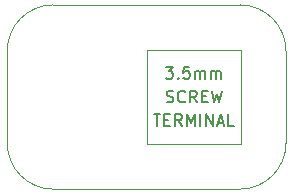
<source format=gbr>
%TF.GenerationSoftware,KiCad,Pcbnew,4.0.5-e0-6337~49~ubuntu16.04.1*%
%TF.CreationDate,2017-01-18T22:27:58-08:00*%
%TF.ProjectId,2x3-Screw-Terminal-3.5mm-Pitch,3278332D53637265772D5465726D696E,1.0*%
%TF.FileFunction,Other,Fab,Top*%
%FSLAX46Y46*%
G04 Gerber Fmt 4.6, Leading zero omitted, Abs format (unit mm)*
G04 Created by KiCad (PCBNEW 4.0.5-e0-6337~49~ubuntu16.04.1) date Wed Jan 18 22:27:58 2017*
%MOMM*%
%LPD*%
G01*
G04 APERTURE LIST*
%ADD10C,0.350000*%
%ADD11C,0.100000*%
%ADD12C,0.040640*%
%ADD13C,0.150000*%
G04 APERTURE END LIST*
D10*
D11*
X145415000Y-102235000D02*
X145415000Y-94235000D01*
X137415000Y-102235000D02*
X145415000Y-102235000D01*
X137415000Y-94235000D02*
X137415000Y-102235000D01*
X145415000Y-94235000D02*
X137415000Y-94235000D01*
D12*
X145315000Y-90435000D02*
X129515000Y-90435000D01*
X145315000Y-106035000D02*
X129515000Y-106035000D01*
X149215000Y-102135000D02*
X149215000Y-94335000D01*
X125615000Y-102135000D02*
X125615000Y-94335000D01*
X149215000Y-94335000D02*
G75*
G03X145315000Y-90435000I-3900000J0D01*
G01*
X145315000Y-106035000D02*
G75*
G03X149215000Y-102135000I0J3900000D01*
G01*
X125615000Y-102135000D02*
G75*
G03X129515000Y-106035000I3900000J0D01*
G01*
X129515000Y-90435000D02*
G75*
G03X125615000Y-94335000I0J-3900000D01*
G01*
D13*
X139034048Y-95687381D02*
X139653096Y-95687381D01*
X139319762Y-96068333D01*
X139462620Y-96068333D01*
X139557858Y-96115952D01*
X139605477Y-96163571D01*
X139653096Y-96258810D01*
X139653096Y-96496905D01*
X139605477Y-96592143D01*
X139557858Y-96639762D01*
X139462620Y-96687381D01*
X139176905Y-96687381D01*
X139081667Y-96639762D01*
X139034048Y-96592143D01*
X140081667Y-96592143D02*
X140129286Y-96639762D01*
X140081667Y-96687381D01*
X140034048Y-96639762D01*
X140081667Y-96592143D01*
X140081667Y-96687381D01*
X141034048Y-95687381D02*
X140557857Y-95687381D01*
X140510238Y-96163571D01*
X140557857Y-96115952D01*
X140653095Y-96068333D01*
X140891191Y-96068333D01*
X140986429Y-96115952D01*
X141034048Y-96163571D01*
X141081667Y-96258810D01*
X141081667Y-96496905D01*
X141034048Y-96592143D01*
X140986429Y-96639762D01*
X140891191Y-96687381D01*
X140653095Y-96687381D01*
X140557857Y-96639762D01*
X140510238Y-96592143D01*
X141510238Y-96687381D02*
X141510238Y-96020714D01*
X141510238Y-96115952D02*
X141557857Y-96068333D01*
X141653095Y-96020714D01*
X141795953Y-96020714D01*
X141891191Y-96068333D01*
X141938810Y-96163571D01*
X141938810Y-96687381D01*
X141938810Y-96163571D02*
X141986429Y-96068333D01*
X142081667Y-96020714D01*
X142224524Y-96020714D01*
X142319762Y-96068333D01*
X142367381Y-96163571D01*
X142367381Y-96687381D01*
X142843571Y-96687381D02*
X142843571Y-96020714D01*
X142843571Y-96115952D02*
X142891190Y-96068333D01*
X142986428Y-96020714D01*
X143129286Y-96020714D01*
X143224524Y-96068333D01*
X143272143Y-96163571D01*
X143272143Y-96687381D01*
X143272143Y-96163571D02*
X143319762Y-96068333D01*
X143415000Y-96020714D01*
X143557857Y-96020714D01*
X143653095Y-96068333D01*
X143700714Y-96163571D01*
X143700714Y-96687381D01*
X138010238Y-99687381D02*
X138581667Y-99687381D01*
X138295952Y-100687381D02*
X138295952Y-99687381D01*
X138915000Y-100163571D02*
X139248334Y-100163571D01*
X139391191Y-100687381D02*
X138915000Y-100687381D01*
X138915000Y-99687381D01*
X139391191Y-99687381D01*
X140391191Y-100687381D02*
X140057857Y-100211190D01*
X139819762Y-100687381D02*
X139819762Y-99687381D01*
X140200715Y-99687381D01*
X140295953Y-99735000D01*
X140343572Y-99782619D01*
X140391191Y-99877857D01*
X140391191Y-100020714D01*
X140343572Y-100115952D01*
X140295953Y-100163571D01*
X140200715Y-100211190D01*
X139819762Y-100211190D01*
X140819762Y-100687381D02*
X140819762Y-99687381D01*
X141153096Y-100401667D01*
X141486429Y-99687381D01*
X141486429Y-100687381D01*
X141962619Y-100687381D02*
X141962619Y-99687381D01*
X142438809Y-100687381D02*
X142438809Y-99687381D01*
X143010238Y-100687381D01*
X143010238Y-99687381D01*
X143438809Y-100401667D02*
X143915000Y-100401667D01*
X143343571Y-100687381D02*
X143676904Y-99687381D01*
X144010238Y-100687381D01*
X144819762Y-100687381D02*
X144343571Y-100687381D01*
X144343571Y-99687381D01*
X139105476Y-98639762D02*
X139248333Y-98687381D01*
X139486429Y-98687381D01*
X139581667Y-98639762D01*
X139629286Y-98592143D01*
X139676905Y-98496905D01*
X139676905Y-98401667D01*
X139629286Y-98306429D01*
X139581667Y-98258810D01*
X139486429Y-98211190D01*
X139295952Y-98163571D01*
X139200714Y-98115952D01*
X139153095Y-98068333D01*
X139105476Y-97973095D01*
X139105476Y-97877857D01*
X139153095Y-97782619D01*
X139200714Y-97735000D01*
X139295952Y-97687381D01*
X139534048Y-97687381D01*
X139676905Y-97735000D01*
X140676905Y-98592143D02*
X140629286Y-98639762D01*
X140486429Y-98687381D01*
X140391191Y-98687381D01*
X140248333Y-98639762D01*
X140153095Y-98544524D01*
X140105476Y-98449286D01*
X140057857Y-98258810D01*
X140057857Y-98115952D01*
X140105476Y-97925476D01*
X140153095Y-97830238D01*
X140248333Y-97735000D01*
X140391191Y-97687381D01*
X140486429Y-97687381D01*
X140629286Y-97735000D01*
X140676905Y-97782619D01*
X141676905Y-98687381D02*
X141343571Y-98211190D01*
X141105476Y-98687381D02*
X141105476Y-97687381D01*
X141486429Y-97687381D01*
X141581667Y-97735000D01*
X141629286Y-97782619D01*
X141676905Y-97877857D01*
X141676905Y-98020714D01*
X141629286Y-98115952D01*
X141581667Y-98163571D01*
X141486429Y-98211190D01*
X141105476Y-98211190D01*
X142105476Y-98163571D02*
X142438810Y-98163571D01*
X142581667Y-98687381D02*
X142105476Y-98687381D01*
X142105476Y-97687381D01*
X142581667Y-97687381D01*
X142915000Y-97687381D02*
X143153095Y-98687381D01*
X143343572Y-97973095D01*
X143534048Y-98687381D01*
X143772143Y-97687381D01*
M02*

</source>
